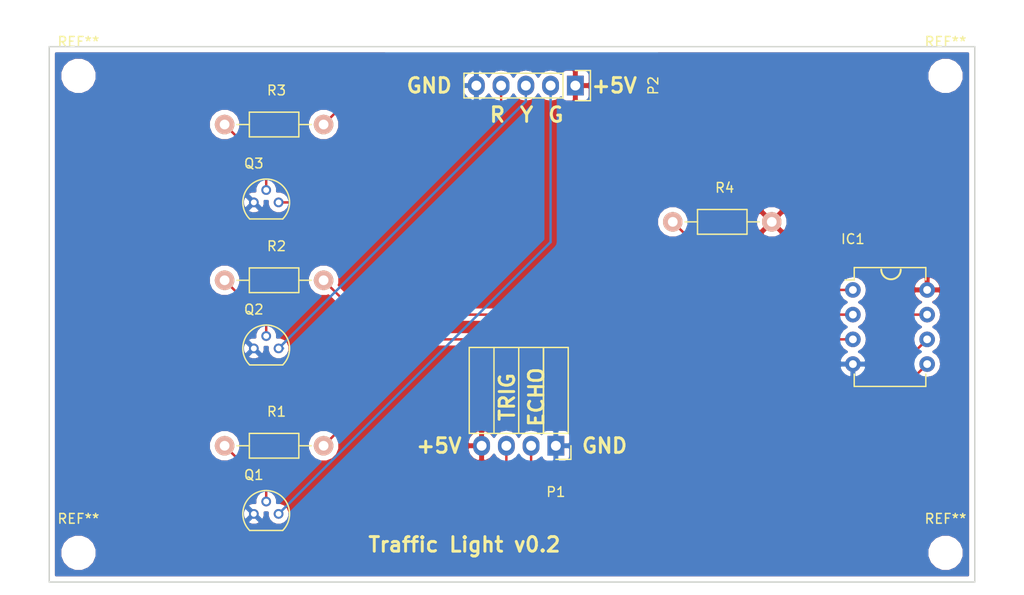
<source format=kicad_pcb>
(kicad_pcb (version 4) (host pcbnew 4.0.7)

  (general
    (links 20)
    (no_connects 0)
    (area 27.924999 21.924999 123.075001 77.075001)
    (thickness 1.6)
    (drawings 16)
    (tracks 34)
    (zones 0)
    (modules 14)
    (nets 15)
  )

  (page A4)
  (layers
    (0 F.Cu signal)
    (31 B.Cu signal)
    (32 B.Adhes user)
    (33 F.Adhes user)
    (34 B.Paste user)
    (35 F.Paste user)
    (36 B.SilkS user)
    (37 F.SilkS user)
    (38 B.Mask user)
    (39 F.Mask user)
    (40 Dwgs.User user)
    (41 Cmts.User user)
    (42 Eco1.User user)
    (43 Eco2.User user)
    (44 Edge.Cuts user)
    (45 Margin user)
    (46 B.CrtYd user)
    (47 F.CrtYd user)
    (48 B.Fab user)
    (49 F.Fab user)
  )

  (setup
    (last_trace_width 0.25)
    (trace_clearance 0.2)
    (zone_clearance 0.508)
    (zone_45_only no)
    (trace_min 0.2)
    (segment_width 0.2)
    (edge_width 0.15)
    (via_size 0.6)
    (via_drill 0.4)
    (via_min_size 0.4)
    (via_min_drill 0.3)
    (uvia_size 0.3)
    (uvia_drill 0.1)
    (uvias_allowed no)
    (uvia_min_size 0.2)
    (uvia_min_drill 0.1)
    (pcb_text_width 0.3)
    (pcb_text_size 1.5 1.5)
    (mod_edge_width 0.15)
    (mod_text_size 1 1)
    (mod_text_width 0.15)
    (pad_size 1.524 1.524)
    (pad_drill 0.762)
    (pad_to_mask_clearance 0.2)
    (aux_axis_origin 0 0)
    (visible_elements 7FFFFFFF)
    (pcbplotparams
      (layerselection 0x010f0_80000001)
      (usegerberextensions false)
      (excludeedgelayer true)
      (linewidth 0.100000)
      (plotframeref false)
      (viasonmask false)
      (mode 1)
      (useauxorigin false)
      (hpglpennumber 1)
      (hpglpenspeed 20)
      (hpglpendiameter 15)
      (hpglpenoverlay 2)
      (psnegative false)
      (psa4output false)
      (plotreference true)
      (plotvalue true)
      (plotinvisibletext false)
      (padsonsilk false)
      (subtractmaskfromsilk false)
      (outputformat 1)
      (mirror false)
      (drillshape 0)
      (scaleselection 1)
      (outputdirectory plots/))
  )

  (net 0 "")
  (net 1 "Net-(IC1-Pad1)")
  (net 2 /YELLOW)
  (net 3 /GREEN)
  (net 4 GND)
  (net 5 /TRIG)
  (net 6 /ECHO)
  (net 7 /RED)
  (net 8 +5V)
  (net 9 "Net-(Q1-Pad2)")
  (net 10 "Net-(Q2-Pad2)")
  (net 11 "Net-(Q3-Pad2)")
  (net 12 "Net-(P2-Pad2)")
  (net 13 "Net-(P2-Pad3)")
  (net 14 "Net-(P2-Pad4)")

  (net_class Default "This is the default net class."
    (clearance 0.2)
    (trace_width 0.25)
    (via_dia 0.6)
    (via_drill 0.4)
    (uvia_dia 0.3)
    (uvia_drill 0.1)
    (add_net +5V)
    (add_net /ECHO)
    (add_net /GREEN)
    (add_net /RED)
    (add_net /TRIG)
    (add_net /YELLOW)
    (add_net GND)
    (add_net "Net-(IC1-Pad1)")
    (add_net "Net-(P2-Pad2)")
    (add_net "Net-(P2-Pad3)")
    (add_net "Net-(P2-Pad4)")
    (add_net "Net-(Q1-Pad2)")
    (add_net "Net-(Q2-Pad2)")
    (add_net "Net-(Q3-Pad2)")
  )

  (module Pin_Headers:Pin_Header_Straight_1x05 (layer F.Cu) (tedit 5B3916F3) (tstamp 5B38FD66)
    (at 82 26 270)
    (descr "Through hole pin header")
    (tags "pin header")
    (path /5B386E0C)
    (fp_text reference P2 (at 0 -8 270) (layer F.SilkS)
      (effects (font (size 1 1) (thickness 0.15)))
    )
    (fp_text value "LED and Power Header" (at 0 -3.1 270) (layer F.Fab)
      (effects (font (size 1 1) (thickness 0.15)))
    )
    (fp_line (start -1.55 0) (end -1.55 -1.55) (layer F.SilkS) (width 0.15))
    (fp_line (start -1.55 -1.55) (end 1.55 -1.55) (layer F.SilkS) (width 0.15))
    (fp_line (start 1.55 -1.55) (end 1.55 0) (layer F.SilkS) (width 0.15))
    (fp_line (start -1.75 -1.75) (end -1.75 11.95) (layer F.CrtYd) (width 0.05))
    (fp_line (start 1.75 -1.75) (end 1.75 11.95) (layer F.CrtYd) (width 0.05))
    (fp_line (start -1.75 -1.75) (end 1.75 -1.75) (layer F.CrtYd) (width 0.05))
    (fp_line (start -1.75 11.95) (end 1.75 11.95) (layer F.CrtYd) (width 0.05))
    (fp_line (start 1.27 1.27) (end 1.27 11.43) (layer F.SilkS) (width 0.15))
    (fp_line (start 1.27 11.43) (end -1.27 11.43) (layer F.SilkS) (width 0.15))
    (fp_line (start -1.27 11.43) (end -1.27 1.27) (layer F.SilkS) (width 0.15))
    (fp_line (start 1.27 1.27) (end -1.27 1.27) (layer F.SilkS) (width 0.15))
    (pad 1 thru_hole rect (at 0 0 270) (size 2.032 1.7272) (drill 1.016) (layers *.Cu *.Mask)
      (net 8 +5V))
    (pad 2 thru_hole oval (at 0 2.54 270) (size 2.032 1.7272) (drill 1.016) (layers *.Cu *.Mask)
      (net 12 "Net-(P2-Pad2)"))
    (pad 3 thru_hole oval (at 0 5.08 270) (size 2.032 1.7272) (drill 1.016) (layers *.Cu *.Mask)
      (net 13 "Net-(P2-Pad3)"))
    (pad 4 thru_hole oval (at 0 7.62 270) (size 2.032 1.7272) (drill 1.016) (layers *.Cu *.Mask)
      (net 14 "Net-(P2-Pad4)"))
    (pad 5 thru_hole oval (at 0 10.16 270) (size 2.032 1.7272) (drill 1.016) (layers *.Cu *.Mask)
      (net 4 GND))
    (model Pin_Headers.3dshapes/Pin_Header_Straight_1x05.wrl
      (at (xyz 0 -0.2 0))
      (scale (xyz 1 1 1))
      (rotate (xyz 0 0 90))
    )
  )

  (module TO_SOT_Packages_THT:TO-92_Molded_Narrow (layer F.Cu) (tedit 54F242E1) (tstamp 5B38FD6D)
    (at 49 70)
    (descr "TO-92 leads molded, narrow, drill 0.6mm (see NXP sot054_po.pdf)")
    (tags "to-92 sc-43 sc-43a sot54 PA33 transistor")
    (path /5B385AC2)
    (fp_text reference Q1 (at 0 -4) (layer F.SilkS)
      (effects (font (size 1 1) (thickness 0.15)))
    )
    (fp_text value PN2222A (at 0 3) (layer F.Fab)
      (effects (font (size 1 1) (thickness 0.15)))
    )
    (fp_line (start -1.4 1.95) (end -1.4 -2.65) (layer F.CrtYd) (width 0.05))
    (fp_line (start -1.4 1.95) (end 3.9 1.95) (layer F.CrtYd) (width 0.05))
    (fp_line (start -0.43 1.7) (end 2.97 1.7) (layer F.SilkS) (width 0.15))
    (fp_arc (start 1.27 0) (end 1.27 -2.4) (angle -135) (layer F.SilkS) (width 0.15))
    (fp_arc (start 1.27 0) (end 1.27 -2.4) (angle 135) (layer F.SilkS) (width 0.15))
    (fp_line (start -1.4 -2.65) (end 3.9 -2.65) (layer F.CrtYd) (width 0.05))
    (fp_line (start 3.9 1.95) (end 3.9 -2.65) (layer F.CrtYd) (width 0.05))
    (pad 2 thru_hole circle (at 1.27 -1.27 90) (size 1.00076 1.00076) (drill 0.6) (layers *.Cu *.Mask)
      (net 9 "Net-(Q1-Pad2)"))
    (pad 3 thru_hole circle (at 2.54 0 90) (size 1.00076 1.00076) (drill 0.6) (layers *.Cu *.Mask)
      (net 12 "Net-(P2-Pad2)"))
    (pad 1 thru_hole circle (at 0 0 90) (size 1.00076 1.00076) (drill 0.6) (layers *.Cu *.Mask)
      (net 4 GND))
    (model TO_SOT_Packages_THT.3dshapes/TO-92_Molded_Narrow.wrl
      (at (xyz 0.05 0 0))
      (scale (xyz 1 1 1))
      (rotate (xyz 0 0 -90))
    )
  )

  (module TO_SOT_Packages_THT:TO-92_Molded_Narrow (layer F.Cu) (tedit 54F242E1) (tstamp 5B38FD74)
    (at 49 53)
    (descr "TO-92 leads molded, narrow, drill 0.6mm (see NXP sot054_po.pdf)")
    (tags "to-92 sc-43 sc-43a sot54 PA33 transistor")
    (path /5B3859DD)
    (fp_text reference Q2 (at 0 -4) (layer F.SilkS)
      (effects (font (size 1 1) (thickness 0.15)))
    )
    (fp_text value PN2222A (at 0 3) (layer F.Fab)
      (effects (font (size 1 1) (thickness 0.15)))
    )
    (fp_line (start -1.4 1.95) (end -1.4 -2.65) (layer F.CrtYd) (width 0.05))
    (fp_line (start -1.4 1.95) (end 3.9 1.95) (layer F.CrtYd) (width 0.05))
    (fp_line (start -0.43 1.7) (end 2.97 1.7) (layer F.SilkS) (width 0.15))
    (fp_arc (start 1.27 0) (end 1.27 -2.4) (angle -135) (layer F.SilkS) (width 0.15))
    (fp_arc (start 1.27 0) (end 1.27 -2.4) (angle 135) (layer F.SilkS) (width 0.15))
    (fp_line (start -1.4 -2.65) (end 3.9 -2.65) (layer F.CrtYd) (width 0.05))
    (fp_line (start 3.9 1.95) (end 3.9 -2.65) (layer F.CrtYd) (width 0.05))
    (pad 2 thru_hole circle (at 1.27 -1.27 90) (size 1.00076 1.00076) (drill 0.6) (layers *.Cu *.Mask)
      (net 10 "Net-(Q2-Pad2)"))
    (pad 3 thru_hole circle (at 2.54 0 90) (size 1.00076 1.00076) (drill 0.6) (layers *.Cu *.Mask)
      (net 13 "Net-(P2-Pad3)"))
    (pad 1 thru_hole circle (at 0 0 90) (size 1.00076 1.00076) (drill 0.6) (layers *.Cu *.Mask)
      (net 4 GND))
    (model TO_SOT_Packages_THT.3dshapes/TO-92_Molded_Narrow.wrl
      (at (xyz 0.05 0 0))
      (scale (xyz 1 1 1))
      (rotate (xyz 0 0 -90))
    )
  )

  (module TO_SOT_Packages_THT:TO-92_Molded_Narrow (layer F.Cu) (tedit 54F242E1) (tstamp 5B38FD7B)
    (at 49 38)
    (descr "TO-92 leads molded, narrow, drill 0.6mm (see NXP sot054_po.pdf)")
    (tags "to-92 sc-43 sc-43a sot54 PA33 transistor")
    (path /5B385D45)
    (fp_text reference Q3 (at 0 -4) (layer F.SilkS)
      (effects (font (size 1 1) (thickness 0.15)))
    )
    (fp_text value PN2222A (at 0 3) (layer F.Fab)
      (effects (font (size 1 1) (thickness 0.15)))
    )
    (fp_line (start -1.4 1.95) (end -1.4 -2.65) (layer F.CrtYd) (width 0.05))
    (fp_line (start -1.4 1.95) (end 3.9 1.95) (layer F.CrtYd) (width 0.05))
    (fp_line (start -0.43 1.7) (end 2.97 1.7) (layer F.SilkS) (width 0.15))
    (fp_arc (start 1.27 0) (end 1.27 -2.4) (angle -135) (layer F.SilkS) (width 0.15))
    (fp_arc (start 1.27 0) (end 1.27 -2.4) (angle 135) (layer F.SilkS) (width 0.15))
    (fp_line (start -1.4 -2.65) (end 3.9 -2.65) (layer F.CrtYd) (width 0.05))
    (fp_line (start 3.9 1.95) (end 3.9 -2.65) (layer F.CrtYd) (width 0.05))
    (pad 2 thru_hole circle (at 1.27 -1.27 90) (size 1.00076 1.00076) (drill 0.6) (layers *.Cu *.Mask)
      (net 11 "Net-(Q3-Pad2)"))
    (pad 3 thru_hole circle (at 2.54 0 90) (size 1.00076 1.00076) (drill 0.6) (layers *.Cu *.Mask)
      (net 14 "Net-(P2-Pad4)"))
    (pad 1 thru_hole circle (at 0 0 90) (size 1.00076 1.00076) (drill 0.6) (layers *.Cu *.Mask)
      (net 4 GND))
    (model TO_SOT_Packages_THT.3dshapes/TO-92_Molded_Narrow.wrl
      (at (xyz 0.05 0 0))
      (scale (xyz 1 1 1))
      (rotate (xyz 0 0 -90))
    )
  )

  (module Resistors_ThroughHole:Resistor_Horizontal_RM10mm (layer F.Cu) (tedit 56648415) (tstamp 5B38FD81)
    (at 46 63)
    (descr "Resistor, Axial,  RM 10mm, 1/3W")
    (tags "Resistor Axial RM 10mm 1/3W")
    (path /5B385ED8)
    (fp_text reference R1 (at 5.32892 -3.50012) (layer F.SilkS)
      (effects (font (size 1 1) (thickness 0.15)))
    )
    (fp_text value R (at 5.08 3.81) (layer F.Fab)
      (effects (font (size 1 1) (thickness 0.15)))
    )
    (fp_line (start -1.25 -1.5) (end 11.4 -1.5) (layer F.CrtYd) (width 0.05))
    (fp_line (start -1.25 1.5) (end -1.25 -1.5) (layer F.CrtYd) (width 0.05))
    (fp_line (start 11.4 -1.5) (end 11.4 1.5) (layer F.CrtYd) (width 0.05))
    (fp_line (start -1.25 1.5) (end 11.4 1.5) (layer F.CrtYd) (width 0.05))
    (fp_line (start 2.54 -1.27) (end 7.62 -1.27) (layer F.SilkS) (width 0.15))
    (fp_line (start 7.62 -1.27) (end 7.62 1.27) (layer F.SilkS) (width 0.15))
    (fp_line (start 7.62 1.27) (end 2.54 1.27) (layer F.SilkS) (width 0.15))
    (fp_line (start 2.54 1.27) (end 2.54 -1.27) (layer F.SilkS) (width 0.15))
    (fp_line (start 2.54 0) (end 1.27 0) (layer F.SilkS) (width 0.15))
    (fp_line (start 7.62 0) (end 8.89 0) (layer F.SilkS) (width 0.15))
    (pad 1 thru_hole circle (at 0 0) (size 1.99898 1.99898) (drill 1.00076) (layers *.Cu *.SilkS *.Mask)
      (net 9 "Net-(Q1-Pad2)"))
    (pad 2 thru_hole circle (at 10.16 0) (size 1.99898 1.99898) (drill 1.00076) (layers *.Cu *.SilkS *.Mask)
      (net 3 /GREEN))
    (model Resistors_ThroughHole.3dshapes/Resistor_Horizontal_RM10mm.wrl
      (at (xyz 0.2 0 0))
      (scale (xyz 0.4 0.4 0.4))
      (rotate (xyz 0 0 0))
    )
  )

  (module Resistors_ThroughHole:Resistor_Horizontal_RM10mm (layer F.Cu) (tedit 56648415) (tstamp 5B38FD87)
    (at 46 46)
    (descr "Resistor, Axial,  RM 10mm, 1/3W")
    (tags "Resistor Axial RM 10mm 1/3W")
    (path /5B385DE5)
    (fp_text reference R2 (at 5.32892 -3.50012) (layer F.SilkS)
      (effects (font (size 1 1) (thickness 0.15)))
    )
    (fp_text value R (at 5.08 3.81) (layer F.Fab)
      (effects (font (size 1 1) (thickness 0.15)))
    )
    (fp_line (start -1.25 -1.5) (end 11.4 -1.5) (layer F.CrtYd) (width 0.05))
    (fp_line (start -1.25 1.5) (end -1.25 -1.5) (layer F.CrtYd) (width 0.05))
    (fp_line (start 11.4 -1.5) (end 11.4 1.5) (layer F.CrtYd) (width 0.05))
    (fp_line (start -1.25 1.5) (end 11.4 1.5) (layer F.CrtYd) (width 0.05))
    (fp_line (start 2.54 -1.27) (end 7.62 -1.27) (layer F.SilkS) (width 0.15))
    (fp_line (start 7.62 -1.27) (end 7.62 1.27) (layer F.SilkS) (width 0.15))
    (fp_line (start 7.62 1.27) (end 2.54 1.27) (layer F.SilkS) (width 0.15))
    (fp_line (start 2.54 1.27) (end 2.54 -1.27) (layer F.SilkS) (width 0.15))
    (fp_line (start 2.54 0) (end 1.27 0) (layer F.SilkS) (width 0.15))
    (fp_line (start 7.62 0) (end 8.89 0) (layer F.SilkS) (width 0.15))
    (pad 1 thru_hole circle (at 0 0) (size 1.99898 1.99898) (drill 1.00076) (layers *.Cu *.SilkS *.Mask)
      (net 10 "Net-(Q2-Pad2)"))
    (pad 2 thru_hole circle (at 10.16 0) (size 1.99898 1.99898) (drill 1.00076) (layers *.Cu *.SilkS *.Mask)
      (net 2 /YELLOW))
    (model Resistors_ThroughHole.3dshapes/Resistor_Horizontal_RM10mm.wrl
      (at (xyz 0.2 0 0))
      (scale (xyz 0.4 0.4 0.4))
      (rotate (xyz 0 0 0))
    )
  )

  (module Resistors_ThroughHole:Resistor_Horizontal_RM10mm (layer F.Cu) (tedit 56648415) (tstamp 5B38FD8D)
    (at 46 30)
    (descr "Resistor, Axial,  RM 10mm, 1/3W")
    (tags "Resistor Axial RM 10mm 1/3W")
    (path /5B385F0F)
    (fp_text reference R3 (at 5.32892 -3.50012) (layer F.SilkS)
      (effects (font (size 1 1) (thickness 0.15)))
    )
    (fp_text value R (at 5.08 3.81) (layer F.Fab)
      (effects (font (size 1 1) (thickness 0.15)))
    )
    (fp_line (start -1.25 -1.5) (end 11.4 -1.5) (layer F.CrtYd) (width 0.05))
    (fp_line (start -1.25 1.5) (end -1.25 -1.5) (layer F.CrtYd) (width 0.05))
    (fp_line (start 11.4 -1.5) (end 11.4 1.5) (layer F.CrtYd) (width 0.05))
    (fp_line (start -1.25 1.5) (end 11.4 1.5) (layer F.CrtYd) (width 0.05))
    (fp_line (start 2.54 -1.27) (end 7.62 -1.27) (layer F.SilkS) (width 0.15))
    (fp_line (start 7.62 -1.27) (end 7.62 1.27) (layer F.SilkS) (width 0.15))
    (fp_line (start 7.62 1.27) (end 2.54 1.27) (layer F.SilkS) (width 0.15))
    (fp_line (start 2.54 1.27) (end 2.54 -1.27) (layer F.SilkS) (width 0.15))
    (fp_line (start 2.54 0) (end 1.27 0) (layer F.SilkS) (width 0.15))
    (fp_line (start 7.62 0) (end 8.89 0) (layer F.SilkS) (width 0.15))
    (pad 1 thru_hole circle (at 0 0) (size 1.99898 1.99898) (drill 1.00076) (layers *.Cu *.SilkS *.Mask)
      (net 11 "Net-(Q3-Pad2)"))
    (pad 2 thru_hole circle (at 10.16 0) (size 1.99898 1.99898) (drill 1.00076) (layers *.Cu *.SilkS *.Mask)
      (net 7 /RED))
    (model Resistors_ThroughHole.3dshapes/Resistor_Horizontal_RM10mm.wrl
      (at (xyz 0.2 0 0))
      (scale (xyz 0.4 0.4 0.4))
      (rotate (xyz 0 0 0))
    )
  )

  (module Resistors_ThroughHole:Resistor_Horizontal_RM10mm (layer F.Cu) (tedit 56648415) (tstamp 5B38FD93)
    (at 92 40)
    (descr "Resistor, Axial,  RM 10mm, 1/3W")
    (tags "Resistor Axial RM 10mm 1/3W")
    (path /5B386B4B)
    (fp_text reference R4 (at 5.32892 -3.50012) (layer F.SilkS)
      (effects (font (size 1 1) (thickness 0.15)))
    )
    (fp_text value R (at 5.08 3.81) (layer F.Fab)
      (effects (font (size 1 1) (thickness 0.15)))
    )
    (fp_line (start -1.25 -1.5) (end 11.4 -1.5) (layer F.CrtYd) (width 0.05))
    (fp_line (start -1.25 1.5) (end -1.25 -1.5) (layer F.CrtYd) (width 0.05))
    (fp_line (start 11.4 -1.5) (end 11.4 1.5) (layer F.CrtYd) (width 0.05))
    (fp_line (start -1.25 1.5) (end 11.4 1.5) (layer F.CrtYd) (width 0.05))
    (fp_line (start 2.54 -1.27) (end 7.62 -1.27) (layer F.SilkS) (width 0.15))
    (fp_line (start 7.62 -1.27) (end 7.62 1.27) (layer F.SilkS) (width 0.15))
    (fp_line (start 7.62 1.27) (end 2.54 1.27) (layer F.SilkS) (width 0.15))
    (fp_line (start 2.54 1.27) (end 2.54 -1.27) (layer F.SilkS) (width 0.15))
    (fp_line (start 2.54 0) (end 1.27 0) (layer F.SilkS) (width 0.15))
    (fp_line (start 7.62 0) (end 8.89 0) (layer F.SilkS) (width 0.15))
    (pad 1 thru_hole circle (at 0 0) (size 1.99898 1.99898) (drill 1.00076) (layers *.Cu *.SilkS *.Mask)
      (net 1 "Net-(IC1-Pad1)"))
    (pad 2 thru_hole circle (at 10.16 0) (size 1.99898 1.99898) (drill 1.00076) (layers *.Cu *.SilkS *.Mask)
      (net 8 +5V))
    (model Resistors_ThroughHole.3dshapes/Resistor_Horizontal_RM10mm.wrl
      (at (xyz 0.2 0 0))
      (scale (xyz 0.4 0.4 0.4))
      (rotate (xyz 0 0 0))
    )
  )

  (module Mounting_Holes:MountingHole_2.5mm (layer F.Cu) (tedit 56D1B4CB) (tstamp 5B390224)
    (at 120 25)
    (descr "Mounting Hole 2.5mm, no annular")
    (tags "mounting hole 2.5mm no annular")
    (fp_text reference REF** (at 0 -3.5) (layer F.SilkS)
      (effects (font (size 1 1) (thickness 0.15)))
    )
    (fp_text value MountingHole_2.5mm (at 0 3.5) (layer F.Fab)
      (effects (font (size 1 1) (thickness 0.15)))
    )
    (fp_circle (center 0 0) (end 2.5 0) (layer Cmts.User) (width 0.15))
    (fp_circle (center 0 0) (end 2.75 0) (layer F.CrtYd) (width 0.05))
    (pad 1 np_thru_hole circle (at 0 0) (size 2.5 2.5) (drill 2.5) (layers *.Cu *.Mask))
  )

  (module Mounting_Holes:MountingHole_2.5mm (layer F.Cu) (tedit 56D1B4CB) (tstamp 5B390226)
    (at 120 74)
    (descr "Mounting Hole 2.5mm, no annular")
    (tags "mounting hole 2.5mm no annular")
    (fp_text reference REF** (at 0 -3.5) (layer F.SilkS)
      (effects (font (size 1 1) (thickness 0.15)))
    )
    (fp_text value MountingHole_2.5mm (at 0 3.5) (layer F.Fab)
      (effects (font (size 1 1) (thickness 0.15)))
    )
    (fp_circle (center 0 0) (end 2.5 0) (layer Cmts.User) (width 0.15))
    (fp_circle (center 0 0) (end 2.75 0) (layer F.CrtYd) (width 0.05))
    (pad 1 np_thru_hole circle (at 0 0) (size 2.5 2.5) (drill 2.5) (layers *.Cu *.Mask))
  )

  (module Mounting_Holes:MountingHole_2.5mm (layer F.Cu) (tedit 56D1B4CB) (tstamp 5B390233)
    (at 31 74)
    (descr "Mounting Hole 2.5mm, no annular")
    (tags "mounting hole 2.5mm no annular")
    (fp_text reference REF** (at 0 -3.5) (layer F.SilkS)
      (effects (font (size 1 1) (thickness 0.15)))
    )
    (fp_text value MountingHole_2.5mm (at 0 3.5) (layer F.Fab)
      (effects (font (size 1 1) (thickness 0.15)))
    )
    (fp_circle (center 0 0) (end 2.5 0) (layer Cmts.User) (width 0.15))
    (fp_circle (center 0 0) (end 2.75 0) (layer F.CrtYd) (width 0.05))
    (pad 1 np_thru_hole circle (at 0 0) (size 2.5 2.5) (drill 2.5) (layers *.Cu *.Mask))
  )

  (module Mounting_Holes:MountingHole_2.5mm (layer F.Cu) (tedit 56D1B4CB) (tstamp 5B39023C)
    (at 31 25)
    (descr "Mounting Hole 2.5mm, no annular")
    (tags "mounting hole 2.5mm no annular")
    (fp_text reference REF** (at 0 -3.5) (layer F.SilkS)
      (effects (font (size 1 1) (thickness 0.15)))
    )
    (fp_text value MountingHole_2.5mm (at 0 3.5) (layer F.Fab)
      (effects (font (size 1 1) (thickness 0.15)))
    )
    (fp_circle (center 0 0) (end 2.5 0) (layer Cmts.User) (width 0.15))
    (fp_circle (center 0 0) (end 2.75 0) (layer F.CrtYd) (width 0.05))
    (pad 1 np_thru_hole circle (at 0 0) (size 2.5 2.5) (drill 2.5) (layers *.Cu *.Mask))
  )

  (module Housings_DIP:DIP-8_W7.62mm (layer F.Cu) (tedit 5B395B39) (tstamp 5B391016)
    (at 110.49 46.99)
    (descr "8-lead dip package, row spacing 7.62 mm (300 mils)")
    (tags "dil dip 2.54 300")
    (path /5B385788)
    (fp_text reference IC1 (at 0 -5.22) (layer F.SilkS)
      (effects (font (size 1 1) (thickness 0.15)))
    )
    (fp_text value ATTINY85-P (at 4 4 90) (layer F.Fab)
      (effects (font (size 1 1) (thickness 0.15)))
    )
    (fp_line (start -1.05 -2.45) (end -1.05 10.1) (layer F.CrtYd) (width 0.05))
    (fp_line (start 8.65 -2.45) (end 8.65 10.1) (layer F.CrtYd) (width 0.05))
    (fp_line (start -1.05 -2.45) (end 8.65 -2.45) (layer F.CrtYd) (width 0.05))
    (fp_line (start -1.05 10.1) (end 8.65 10.1) (layer F.CrtYd) (width 0.05))
    (fp_line (start 0.135 -2.295) (end 0.135 -1.025) (layer F.SilkS) (width 0.15))
    (fp_line (start 7.485 -2.295) (end 7.485 -1.025) (layer F.SilkS) (width 0.15))
    (fp_line (start 7.485 9.915) (end 7.485 8.645) (layer F.SilkS) (width 0.15))
    (fp_line (start 0.135 9.915) (end 0.135 8.645) (layer F.SilkS) (width 0.15))
    (fp_line (start 0.135 -2.295) (end 7.485 -2.295) (layer F.SilkS) (width 0.15))
    (fp_line (start 0.135 9.915) (end 7.485 9.915) (layer F.SilkS) (width 0.15))
    (fp_line (start 0.135 -1.025) (end -0.8 -1.025) (layer F.SilkS) (width 0.15))
    (pad 1 thru_hole oval (at 0 0) (size 1.6 1.6) (drill 0.8) (layers *.Cu *.Mask)
      (net 1 "Net-(IC1-Pad1)"))
    (pad 2 thru_hole oval (at 0 2.54) (size 1.6 1.6) (drill 0.8) (layers *.Cu *.Mask)
      (net 2 /YELLOW))
    (pad 3 thru_hole oval (at 0 5.08) (size 1.6 1.6) (drill 0.8) (layers *.Cu *.Mask)
      (net 3 /GREEN))
    (pad 4 thru_hole oval (at 0 7.62) (size 1.6 1.6) (drill 0.8) (layers *.Cu *.Mask)
      (net 4 GND))
    (pad 5 thru_hole oval (at 7.62 7.62) (size 1.6 1.6) (drill 0.8) (layers *.Cu *.Mask)
      (net 5 /TRIG))
    (pad 6 thru_hole oval (at 7.62 5.08) (size 1.6 1.6) (drill 0.8) (layers *.Cu *.Mask)
      (net 6 /ECHO))
    (pad 7 thru_hole oval (at 7.62 2.54) (size 1.6 1.6) (drill 0.8) (layers *.Cu *.Mask)
      (net 7 /RED))
    (pad 8 thru_hole oval (at 7.62 0) (size 1.6 1.6) (drill 0.8) (layers *.Cu *.Mask)
      (net 8 +5V))
    (model Housings_DIP.3dshapes/DIP-8_W7.62mm.wrl
      (at (xyz 0 0 0))
      (scale (xyz 1 1 1))
      (rotate (xyz 0 0 0))
    )
  )

  (module Socket_Strips:Socket_Strip_Angled_1x04 (layer F.Cu) (tedit 0) (tstamp 5B39161D)
    (at 80 63 180)
    (descr "Through hole socket strip")
    (tags "socket strip")
    (path /5B385871)
    (fp_text reference P1 (at 0 -4.75 180) (layer F.SilkS)
      (effects (font (size 1 1) (thickness 0.15)))
    )
    (fp_text value "HC-SR04 Header" (at 0 -2.75 180) (layer F.Fab)
      (effects (font (size 1 1) (thickness 0.15)))
    )
    (fp_line (start -1.75 -1.5) (end -1.75 10.6) (layer F.CrtYd) (width 0.05))
    (fp_line (start 9.4 -1.5) (end 9.4 10.6) (layer F.CrtYd) (width 0.05))
    (fp_line (start -1.75 -1.5) (end 9.4 -1.5) (layer F.CrtYd) (width 0.05))
    (fp_line (start -1.75 10.6) (end 9.4 10.6) (layer F.CrtYd) (width 0.05))
    (fp_line (start 8.89 10.1) (end 8.89 1.27) (layer F.SilkS) (width 0.15))
    (fp_line (start 6.35 10.1) (end 8.89 10.1) (layer F.SilkS) (width 0.15))
    (fp_line (start 6.35 1.27) (end 8.89 1.27) (layer F.SilkS) (width 0.15))
    (fp_line (start 3.81 1.27) (end 6.35 1.27) (layer F.SilkS) (width 0.15))
    (fp_line (start 3.81 10.1) (end 6.35 10.1) (layer F.SilkS) (width 0.15))
    (fp_line (start 6.35 10.1) (end 6.35 1.27) (layer F.SilkS) (width 0.15))
    (fp_line (start 3.81 10.1) (end 3.81 1.27) (layer F.SilkS) (width 0.15))
    (fp_line (start 1.27 10.1) (end 3.81 10.1) (layer F.SilkS) (width 0.15))
    (fp_line (start 1.27 1.27) (end 1.27 10.1) (layer F.SilkS) (width 0.15))
    (fp_line (start 1.27 1.27) (end 3.81 1.27) (layer F.SilkS) (width 0.15))
    (fp_line (start -1.27 1.27) (end 1.27 1.27) (layer F.SilkS) (width 0.15))
    (fp_line (start 0 -1.4) (end -1.55 -1.4) (layer F.SilkS) (width 0.15))
    (fp_line (start -1.55 -1.4) (end -1.55 0) (layer F.SilkS) (width 0.15))
    (fp_line (start -1.27 1.27) (end -1.27 10.1) (layer F.SilkS) (width 0.15))
    (fp_line (start -1.27 10.1) (end 1.27 10.1) (layer F.SilkS) (width 0.15))
    (fp_line (start 1.27 10.1) (end 1.27 1.27) (layer F.SilkS) (width 0.15))
    (pad 1 thru_hole rect (at 0 0 180) (size 1.7272 2.032) (drill 1.016) (layers *.Cu *.Mask)
      (net 4 GND))
    (pad 2 thru_hole oval (at 2.54 0 180) (size 1.7272 2.032) (drill 1.016) (layers *.Cu *.Mask)
      (net 6 /ECHO))
    (pad 3 thru_hole oval (at 5.08 0 180) (size 1.7272 2.032) (drill 1.016) (layers *.Cu *.Mask)
      (net 5 /TRIG))
    (pad 4 thru_hole oval (at 7.62 0 180) (size 1.7272 2.032) (drill 1.016) (layers *.Cu *.Mask)
      (net 8 +5V))
    (model Socket_Strips.3dshapes/Socket_Strip_Angled_1x04.wrl
      (at (xyz 0.15 0 0))
      (scale (xyz 1 1 1))
      (rotate (xyz 0 0 180))
    )
  )

  (gr_text "Traffic Light v0.2" (at 70.612 73.152) (layer F.SilkS)
    (effects (font (size 1.5 1.5) (thickness 0.3)))
  )
  (gr_arc (start 114.4 44.9) (end 115.4 44.9) (angle 90) (layer F.SilkS) (width 0.2))
  (gr_arc (start 114.4 44.9) (end 114.4 45.9) (angle 90) (layer F.SilkS) (width 0.2))
  (gr_text ECHO (at 78 58 90) (layer F.SilkS)
    (effects (font (size 1.5 1.5) (thickness 0.3)))
  )
  (gr_text TRIG (at 75 58 90) (layer F.SilkS)
    (effects (font (size 1.5 1.5) (thickness 0.3)))
  )
  (gr_text GND (at 85 63) (layer F.SilkS)
    (effects (font (size 1.5 1.5) (thickness 0.3)))
  )
  (gr_text +5V (at 68 63) (layer F.SilkS)
    (effects (font (size 1.5 1.5) (thickness 0.3)))
  )
  (gr_text GND (at 67 26) (layer F.SilkS)
    (effects (font (size 1.5 1.5) (thickness 0.3)))
  )
  (gr_text +5V (at 86 26) (layer F.SilkS)
    (effects (font (size 1.5 1.5) (thickness 0.3)))
  )
  (gr_text R (at 74 29) (layer F.SilkS)
    (effects (font (size 1.5 1.5) (thickness 0.3)))
  )
  (gr_text Y (at 77 29) (layer F.SilkS)
    (effects (font (size 1.5 1.5) (thickness 0.3)))
  )
  (gr_text G (at 80 29) (layer F.SilkS)
    (effects (font (size 1.5 1.5) (thickness 0.3)))
  )
  (gr_line (start 28 22) (end 28 77) (angle 90) (layer Edge.Cuts) (width 0.15))
  (gr_line (start 123 77) (end 28 77) (angle 90) (layer Edge.Cuts) (width 0.15))
  (gr_line (start 123 22) (end 123 77) (angle 90) (layer Edge.Cuts) (width 0.15))
  (gr_line (start 28 22) (end 123 22) (angle 90) (layer Edge.Cuts) (width 0.15))

  (segment (start 110.49 46.99) (end 98.99 46.99) (width 0.25) (layer F.Cu) (net 1))
  (segment (start 98.99 46.99) (end 92 40) (width 0.25) (layer F.Cu) (net 1) (tstamp 5B60D220))
  (segment (start 110.49 49.53) (end 59.69 49.53) (width 0.25) (layer F.Cu) (net 2))
  (segment (start 59.69 49.53) (end 56.16 46) (width 0.25) (layer F.Cu) (net 2) (tstamp 5B60D39D))
  (segment (start 110.49 52.07) (end 67.09 52.07) (width 0.25) (layer F.Cu) (net 3))
  (segment (start 67.09 52.07) (end 56.16 63) (width 0.25) (layer F.Cu) (net 3) (tstamp 5B60D2CF))
  (segment (start 56.16 63) (end 56.16 62.84) (width 0.25) (layer B.Cu) (net 3))
  (segment (start 74.92 63) (end 74.92 67.554) (width 0.25) (layer F.Cu) (net 5))
  (segment (start 103.124 69.596) (end 118.11 54.61) (width 0.25) (layer F.Cu) (net 5) (tstamp 5B60D2B1))
  (segment (start 76.962 69.596) (end 103.124 69.596) (width 0.25) (layer F.Cu) (net 5) (tstamp 5B60D2AD))
  (segment (start 74.92 67.554) (end 76.962 69.596) (width 0.25) (layer F.Cu) (net 5) (tstamp 5B60D2A7))
  (segment (start 77.46 63) (end 77.46 66.284) (width 0.25) (layer F.Cu) (net 6))
  (segment (start 102.87 67.31) (end 118.11 52.07) (width 0.25) (layer F.Cu) (net 6) (tstamp 5B60D2C0))
  (segment (start 78.486 67.31) (end 102.87 67.31) (width 0.25) (layer F.Cu) (net 6) (tstamp 5B60D2BC))
  (segment (start 77.46 66.284) (end 78.486 67.31) (width 0.25) (layer F.Cu) (net 6) (tstamp 5B60D2B9))
  (segment (start 77.46 63.46) (end 77.46 63) (width 0.25) (layer F.Cu) (net 6) (tstamp 5B3915EC))
  (segment (start 118.11 49.53) (end 116.332 49.53) (width 0.25) (layer F.Cu) (net 7))
  (segment (start 62.792 23.368) (end 56.16 30) (width 0.25) (layer F.Cu) (net 7) (tstamp 5B60D3D3))
  (segment (start 90.17 23.368) (end 62.792 23.368) (width 0.25) (layer F.Cu) (net 7) (tstamp 5B60D3CB))
  (segment (start 116.332 49.53) (end 90.17 23.368) (width 0.25) (layer F.Cu) (net 7) (tstamp 5B60D3B7))
  (segment (start 50.27 68.73) (end 50.27 67.27) (width 0.25) (layer F.Cu) (net 9))
  (segment (start 50.27 67.27) (end 46 63) (width 0.25) (layer F.Cu) (net 9) (tstamp 5B39111A))
  (segment (start 50.27 51.73) (end 50.27 50.27) (width 0.25) (layer F.Cu) (net 10))
  (segment (start 50.27 50.27) (end 46 46) (width 0.25) (layer F.Cu) (net 10) (tstamp 5B391110))
  (segment (start 50.27 36.73) (end 50.27 34.27) (width 0.25) (layer F.Cu) (net 11))
  (segment (start 50.27 34.27) (end 46 30) (width 0.25) (layer F.Cu) (net 11) (tstamp 5B39110B))
  (segment (start 79.46 26) (end 79.46 42.08) (width 0.25) (layer B.Cu) (net 12))
  (segment (start 79.46 42.08) (end 51.54 70) (width 0.25) (layer B.Cu) (net 12) (tstamp 5B3911D7))
  (segment (start 76.92 26) (end 76.92 27.62) (width 0.25) (layer B.Cu) (net 13))
  (segment (start 76.92 27.62) (end 51.54 53) (width 0.25) (layer B.Cu) (net 13) (tstamp 5B391242))
  (segment (start 52 53) (end 51.54 53) (width 0.25) (layer B.Cu) (net 13) (tstamp 5B3907A9))
  (segment (start 74.38 26) (end 74.38 27.62) (width 0.25) (layer F.Cu) (net 14))
  (segment (start 64 38) (end 51.54 38) (width 0.25) (layer F.Cu) (net 14) (tstamp 5B391105))
  (segment (start 74.38 27.62) (end 64 38) (width 0.25) (layer F.Cu) (net 14) (tstamp 5B3910FF))

  (zone (net 4) (net_name GND) (layer B.Cu) (tstamp 5B391287) (hatch edge 0.508)
    (connect_pads (clearance 0.508))
    (min_thickness 0.254)
    (fill yes (arc_segments 16) (thermal_gap 0.508) (thermal_bridge_width 0.508))
    (polygon
      (pts
        (xy 122.936719 22) (xy 123 22) (xy 123 35.732) (xy 123.19 76.962) (xy 123 76.962508)
        (xy 123 77) (xy 108.978 77) (xy 28.194 77.216) (xy 28.194 77) (xy 28 77)
        (xy 28 22) (xy 122.936 22) (xy 122.936 21.844)
      )
    )
    (filled_polygon
      (pts
        (xy 122.29 76.29) (xy 28.71 76.29) (xy 28.71 74.373305) (xy 29.114674 74.373305) (xy 29.401043 75.066372)
        (xy 29.930839 75.597093) (xy 30.623405 75.884672) (xy 31.373305 75.885326) (xy 32.066372 75.598957) (xy 32.597093 75.069161)
        (xy 32.884672 74.376595) (xy 32.884674 74.373305) (xy 118.114674 74.373305) (xy 118.401043 75.066372) (xy 118.930839 75.597093)
        (xy 119.623405 75.884672) (xy 120.373305 75.885326) (xy 121.066372 75.598957) (xy 121.597093 75.069161) (xy 121.884672 74.376595)
        (xy 121.885326 73.626695) (xy 121.598957 72.933628) (xy 121.069161 72.402907) (xy 120.376595 72.115328) (xy 119.626695 72.114674)
        (xy 118.933628 72.401043) (xy 118.402907 72.930839) (xy 118.115328 73.623405) (xy 118.114674 74.373305) (xy 32.884674 74.373305)
        (xy 32.885326 73.626695) (xy 32.598957 72.933628) (xy 32.069161 72.402907) (xy 31.376595 72.115328) (xy 30.626695 72.114674)
        (xy 29.933628 72.401043) (xy 29.402907 72.930839) (xy 29.115328 73.623405) (xy 29.114674 74.373305) (xy 28.71 74.373305)
        (xy 28.71 70.790381) (xy 48.389224 70.790381) (xy 48.426418 71.005532) (xy 48.85488 71.148491) (xy 49.305435 71.116602)
        (xy 49.573582 71.005532) (xy 49.610776 70.790381) (xy 49 70.179605) (xy 48.389224 70.790381) (xy 28.71 70.790381)
        (xy 28.71 69.85488) (xy 47.851509 69.85488) (xy 47.883398 70.305435) (xy 47.994468 70.573582) (xy 48.209619 70.610776)
        (xy 48.820395 70) (xy 48.209619 69.389224) (xy 47.994468 69.426418) (xy 47.851509 69.85488) (xy 28.71 69.85488)
        (xy 28.71 63.323694) (xy 44.365226 63.323694) (xy 44.613538 63.924655) (xy 45.072927 64.384846) (xy 45.673453 64.634206)
        (xy 46.323694 64.634774) (xy 46.924655 64.386462) (xy 47.384846 63.927073) (xy 47.634206 63.326547) (xy 47.634774 62.676306)
        (xy 47.386462 62.075345) (xy 46.927073 61.615154) (xy 46.326547 61.365794) (xy 45.676306 61.365226) (xy 45.075345 61.613538)
        (xy 44.615154 62.072927) (xy 44.365794 62.673453) (xy 44.365226 63.323694) (xy 28.71 63.323694) (xy 28.71 53.790381)
        (xy 48.389224 53.790381) (xy 48.426418 54.005532) (xy 48.85488 54.148491) (xy 49.305435 54.116602) (xy 49.573582 54.005532)
        (xy 49.610776 53.790381) (xy 49 53.179605) (xy 48.389224 53.790381) (xy 28.71 53.790381) (xy 28.71 52.85488)
        (xy 47.851509 52.85488) (xy 47.883398 53.305435) (xy 47.994468 53.573582) (xy 48.209619 53.610776) (xy 48.820395 53)
        (xy 48.209619 52.389224) (xy 47.994468 52.426418) (xy 47.851509 52.85488) (xy 28.71 52.85488) (xy 28.71 52.209619)
        (xy 48.389224 52.209619) (xy 49 52.820395) (xy 49.014143 52.806253) (xy 49.193748 52.985858) (xy 49.179605 53)
        (xy 49.790381 53.610776) (xy 50.005532 53.573582) (xy 50.148491 53.14512) (xy 50.128683 52.865257) (xy 50.404737 52.865497)
        (xy 50.404424 53.22485) (xy 50.576911 53.642301) (xy 50.896019 53.961967) (xy 51.313168 54.135182) (xy 51.76485 54.135576)
        (xy 52.182301 53.963089) (xy 52.501967 53.643981) (xy 52.560705 53.502524) (xy 52.702148 53.290839) (xy 52.76 53)
        (xy 52.73591 52.878892) (xy 77.457401 28.157401) (xy 77.622148 27.91084) (xy 77.68 27.62) (xy 77.68 27.444648)
        (xy 77.97967 27.244415) (xy 78.19 26.929634) (xy 78.40033 27.244415) (xy 78.7 27.444648) (xy 78.7 41.765198)
        (xy 57.793054 62.672144) (xy 57.546462 62.075345) (xy 57.087073 61.615154) (xy 56.486547 61.365794) (xy 55.836306 61.365226)
        (xy 55.235345 61.613538) (xy 54.775154 62.072927) (xy 54.525794 62.673453) (xy 54.525226 63.323694) (xy 54.773538 63.924655)
        (xy 55.232927 64.384846) (xy 55.831714 64.633484) (xy 51.600525 68.864673) (xy 51.405263 68.864503) (xy 51.405576 68.50515)
        (xy 51.233089 68.087699) (xy 50.913981 67.768033) (xy 50.496832 67.594818) (xy 50.04515 67.594424) (xy 49.627699 67.766911)
        (xy 49.308033 68.086019) (xy 49.134818 68.503168) (xy 49.134513 68.85226) (xy 48.694565 68.883398) (xy 48.426418 68.994468)
        (xy 48.389224 69.209619) (xy 49 69.820395) (xy 49.014143 69.806253) (xy 49.193748 69.985858) (xy 49.179605 70)
        (xy 49.790381 70.610776) (xy 50.005532 70.573582) (xy 50.148491 70.14512) (xy 50.128683 69.865257) (xy 50.404737 69.865497)
        (xy 50.404424 70.22485) (xy 50.576911 70.642301) (xy 50.896019 70.961967) (xy 51.313168 71.135182) (xy 51.76485 71.135576)
        (xy 52.182301 70.963089) (xy 52.501967 70.643981) (xy 52.675182 70.226832) (xy 52.675433 69.939369) (xy 59.799547 62.815255)
        (xy 70.8814 62.815255) (xy 70.8814 63.184745) (xy 70.995474 63.758234) (xy 71.32033 64.244415) (xy 71.806511 64.569271)
        (xy 72.38 64.683345) (xy 72.953489 64.569271) (xy 73.43967 64.244415) (xy 73.65 63.929634) (xy 73.86033 64.244415)
        (xy 74.346511 64.569271) (xy 74.92 64.683345) (xy 75.493489 64.569271) (xy 75.97967 64.244415) (xy 76.19 63.929634)
        (xy 76.40033 64.244415) (xy 76.886511 64.569271) (xy 77.46 64.683345) (xy 78.033489 64.569271) (xy 78.51967 64.244415)
        (xy 78.5345 64.22222) (xy 78.598073 64.375699) (xy 78.776702 64.554327) (xy 79.010091 64.651) (xy 79.71425 64.651)
        (xy 79.873 64.49225) (xy 79.873 63.127) (xy 80.127 63.127) (xy 80.127 64.49225) (xy 80.28575 64.651)
        (xy 80.989909 64.651) (xy 81.223298 64.554327) (xy 81.401927 64.375699) (xy 81.4986 64.14231) (xy 81.4986 63.28575)
        (xy 81.33985 63.127) (xy 80.127 63.127) (xy 79.873 63.127) (xy 79.853 63.127) (xy 79.853 62.873)
        (xy 79.873 62.873) (xy 79.873 61.50775) (xy 80.127 61.50775) (xy 80.127 62.873) (xy 81.33985 62.873)
        (xy 81.4986 62.71425) (xy 81.4986 61.85769) (xy 81.401927 61.624301) (xy 81.223298 61.445673) (xy 80.989909 61.349)
        (xy 80.28575 61.349) (xy 80.127 61.50775) (xy 79.873 61.50775) (xy 79.71425 61.349) (xy 79.010091 61.349)
        (xy 78.776702 61.445673) (xy 78.598073 61.624301) (xy 78.5345 61.77778) (xy 78.51967 61.755585) (xy 78.033489 61.430729)
        (xy 77.46 61.316655) (xy 76.886511 61.430729) (xy 76.40033 61.755585) (xy 76.19 62.070366) (xy 75.97967 61.755585)
        (xy 75.493489 61.430729) (xy 74.92 61.316655) (xy 74.346511 61.430729) (xy 73.86033 61.755585) (xy 73.65 62.070366)
        (xy 73.43967 61.755585) (xy 72.953489 61.430729) (xy 72.38 61.316655) (xy 71.806511 61.430729) (xy 71.32033 61.755585)
        (xy 70.995474 62.241766) (xy 70.8814 62.815255) (xy 59.799547 62.815255) (xy 67.655763 54.959039) (xy 109.098096 54.959039)
        (xy 109.258959 55.347423) (xy 109.634866 55.762389) (xy 110.140959 56.001914) (xy 110.363 55.880629) (xy 110.363 54.737)
        (xy 110.617 54.737) (xy 110.617 55.880629) (xy 110.839041 56.001914) (xy 111.345134 55.762389) (xy 111.721041 55.347423)
        (xy 111.881904 54.959039) (xy 111.759915 54.737) (xy 110.617 54.737) (xy 110.363 54.737) (xy 109.220085 54.737)
        (xy 109.098096 54.959039) (xy 67.655763 54.959039) (xy 75.624802 46.99) (xy 109.026887 46.99) (xy 109.13612 47.539151)
        (xy 109.447189 48.004698) (xy 109.829275 48.26) (xy 109.447189 48.515302) (xy 109.13612 48.980849) (xy 109.026887 49.53)
        (xy 109.13612 50.079151) (xy 109.447189 50.544698) (xy 109.829275 50.8) (xy 109.447189 51.055302) (xy 109.13612 51.520849)
        (xy 109.026887 52.07) (xy 109.13612 52.619151) (xy 109.447189 53.084698) (xy 109.851703 53.354986) (xy 109.634866 53.457611)
        (xy 109.258959 53.872577) (xy 109.098096 54.260961) (xy 109.220085 54.483) (xy 110.363 54.483) (xy 110.363 54.463)
        (xy 110.617 54.463) (xy 110.617 54.483) (xy 111.759915 54.483) (xy 111.881904 54.260961) (xy 111.721041 53.872577)
        (xy 111.345134 53.457611) (xy 111.128297 53.354986) (xy 111.532811 53.084698) (xy 111.84388 52.619151) (xy 111.953113 52.07)
        (xy 111.84388 51.520849) (xy 111.532811 51.055302) (xy 111.150725 50.8) (xy 111.532811 50.544698) (xy 111.84388 50.079151)
        (xy 111.953113 49.53) (xy 111.84388 48.980849) (xy 111.532811 48.515302) (xy 111.150725 48.26) (xy 111.532811 48.004698)
        (xy 111.84388 47.539151) (xy 111.953113 46.99) (xy 116.646887 46.99) (xy 116.75612 47.539151) (xy 117.067189 48.004698)
        (xy 117.449275 48.26) (xy 117.067189 48.515302) (xy 116.75612 48.980849) (xy 116.646887 49.53) (xy 116.75612 50.079151)
        (xy 117.067189 50.544698) (xy 117.449275 50.8) (xy 117.067189 51.055302) (xy 116.75612 51.520849) (xy 116.646887 52.07)
        (xy 116.75612 52.619151) (xy 117.067189 53.084698) (xy 117.449275 53.34) (xy 117.067189 53.595302) (xy 116.75612 54.060849)
        (xy 116.646887 54.61) (xy 116.75612 55.159151) (xy 117.067189 55.624698) (xy 117.532736 55.935767) (xy 118.081887 56.045)
        (xy 118.138113 56.045) (xy 118.687264 55.935767) (xy 119.152811 55.624698) (xy 119.46388 55.159151) (xy 119.573113 54.61)
        (xy 119.46388 54.060849) (xy 119.152811 53.595302) (xy 118.770725 53.34) (xy 119.152811 53.084698) (xy 119.46388 52.619151)
        (xy 119.573113 52.07) (xy 119.46388 51.520849) (xy 119.152811 51.055302) (xy 118.770725 50.8) (xy 119.152811 50.544698)
        (xy 119.46388 50.079151) (xy 119.573113 49.53) (xy 119.46388 48.980849) (xy 119.152811 48.515302) (xy 118.770725 48.26)
        (xy 119.152811 48.004698) (xy 119.46388 47.539151) (xy 119.573113 46.99) (xy 119.46388 46.440849) (xy 119.152811 45.975302)
        (xy 118.687264 45.664233) (xy 118.138113 45.555) (xy 118.081887 45.555) (xy 117.532736 45.664233) (xy 117.067189 45.975302)
        (xy 116.75612 46.440849) (xy 116.646887 46.99) (xy 111.953113 46.99) (xy 111.84388 46.440849) (xy 111.532811 45.975302)
        (xy 111.067264 45.664233) (xy 110.518113 45.555) (xy 110.461887 45.555) (xy 109.912736 45.664233) (xy 109.447189 45.975302)
        (xy 109.13612 46.440849) (xy 109.026887 46.99) (xy 75.624802 46.99) (xy 79.997401 42.617401) (xy 80.162148 42.370839)
        (xy 80.22 42.08) (xy 80.22 40.323694) (xy 90.365226 40.323694) (xy 90.613538 40.924655) (xy 91.072927 41.384846)
        (xy 91.673453 41.634206) (xy 92.323694 41.634774) (xy 92.924655 41.386462) (xy 93.384846 40.927073) (xy 93.634206 40.326547)
        (xy 93.634208 40.323694) (xy 100.525226 40.323694) (xy 100.773538 40.924655) (xy 101.232927 41.384846) (xy 101.833453 41.634206)
        (xy 102.483694 41.634774) (xy 103.084655 41.386462) (xy 103.544846 40.927073) (xy 103.794206 40.326547) (xy 103.794774 39.676306)
        (xy 103.546462 39.075345) (xy 103.087073 38.615154) (xy 102.486547 38.365794) (xy 101.836306 38.365226) (xy 101.235345 38.613538)
        (xy 100.775154 39.072927) (xy 100.525794 39.673453) (xy 100.525226 40.323694) (xy 93.634208 40.323694) (xy 93.634774 39.676306)
        (xy 93.386462 39.075345) (xy 92.927073 38.615154) (xy 92.326547 38.365794) (xy 91.676306 38.365226) (xy 91.075345 38.613538)
        (xy 90.615154 39.072927) (xy 90.365794 39.673453) (xy 90.365226 40.323694) (xy 80.22 40.323694) (xy 80.22 27.444648)
        (xy 80.51967 27.244415) (xy 80.529243 27.230087) (xy 80.533238 27.251317) (xy 80.67231 27.467441) (xy 80.88451 27.612431)
        (xy 81.1364 27.66344) (xy 82.8636 27.66344) (xy 83.098917 27.619162) (xy 83.315041 27.48009) (xy 83.460031 27.26789)
        (xy 83.51104 27.016) (xy 83.51104 25.373305) (xy 118.114674 25.373305) (xy 118.401043 26.066372) (xy 118.930839 26.597093)
        (xy 119.623405 26.884672) (xy 120.373305 26.885326) (xy 121.066372 26.598957) (xy 121.597093 26.069161) (xy 121.884672 25.376595)
        (xy 121.885326 24.626695) (xy 121.598957 23.933628) (xy 121.069161 23.402907) (xy 120.376595 23.115328) (xy 119.626695 23.114674)
        (xy 118.933628 23.401043) (xy 118.402907 23.930839) (xy 118.115328 24.623405) (xy 118.114674 25.373305) (xy 83.51104 25.373305)
        (xy 83.51104 24.984) (xy 83.466762 24.748683) (xy 83.32769 24.532559) (xy 83.11549 24.387569) (xy 82.8636 24.33656)
        (xy 81.1364 24.33656) (xy 80.901083 24.380838) (xy 80.684959 24.51991) (xy 80.539969 24.73211) (xy 80.5316 24.773439)
        (xy 80.51967 24.755585) (xy 80.033489 24.430729) (xy 79.46 24.316655) (xy 78.886511 24.430729) (xy 78.40033 24.755585)
        (xy 78.19 25.070366) (xy 77.97967 24.755585) (xy 77.493489 24.430729) (xy 76.92 24.316655) (xy 76.346511 24.430729)
        (xy 75.86033 24.755585) (xy 75.65 25.070366) (xy 75.43967 24.755585) (xy 74.953489 24.430729) (xy 74.38 24.316655)
        (xy 73.806511 24.430729) (xy 73.32033 24.755585) (xy 73.113539 25.065069) (xy 72.742036 24.649268) (xy 72.214791 24.395291)
        (xy 72.199026 24.392642) (xy 71.967 24.513783) (xy 71.967 25.873) (xy 71.987 25.873) (xy 71.987 26.127)
        (xy 71.967 26.127) (xy 71.967 27.486217) (xy 72.199026 27.607358) (xy 72.214791 27.604709) (xy 72.742036 27.350732)
        (xy 73.113539 26.934931) (xy 73.32033 27.244415) (xy 73.806511 27.569271) (xy 74.38 27.683345) (xy 74.953489 27.569271)
        (xy 75.43967 27.244415) (xy 75.65 26.929634) (xy 75.86033 27.244415) (xy 76.076406 27.388792) (xy 57.793054 45.672144)
        (xy 57.546462 45.075345) (xy 57.087073 44.615154) (xy 56.486547 44.365794) (xy 55.836306 44.365226) (xy 55.235345 44.613538)
        (xy 54.775154 45.072927) (xy 54.525794 45.673453) (xy 54.525226 46.323694) (xy 54.773538 46.924655) (xy 55.232927 47.384846)
        (xy 55.831714 47.633484) (xy 51.600525 51.864673) (xy 51.405263 51.864503) (xy 51.405576 51.50515) (xy 51.233089 51.087699)
        (xy 50.913981 50.768033) (xy 50.496832 50.594818) (xy 50.04515 50.594424) (xy 49.627699 50.766911) (xy 49.308033 51.086019)
        (xy 49.134818 51.503168) (xy 49.134513 51.85226) (xy 48.694565 51.883398) (xy 48.426418 51.994468) (xy 48.389224 52.209619)
        (xy 28.71 52.209619) (xy 28.71 46.323694) (xy 44.365226 46.323694) (xy 44.613538 46.924655) (xy 45.072927 47.384846)
        (xy 45.673453 47.634206) (xy 46.323694 47.634774) (xy 46.924655 47.386462) (xy 47.384846 46.927073) (xy 47.634206 46.326547)
        (xy 47.634774 45.676306) (xy 47.386462 45.075345) (xy 46.927073 44.615154) (xy 46.326547 44.365794) (xy 45.676306 44.365226)
        (xy 45.075345 44.613538) (xy 44.615154 45.072927) (xy 44.365794 45.673453) (xy 44.365226 46.323694) (xy 28.71 46.323694)
        (xy 28.71 38.790381) (xy 48.389224 38.790381) (xy 48.426418 39.005532) (xy 48.85488 39.148491) (xy 49.305435 39.116602)
        (xy 49.573582 39.005532) (xy 49.610776 38.790381) (xy 49 38.179605) (xy 48.389224 38.790381) (xy 28.71 38.790381)
        (xy 28.71 37.85488) (xy 47.851509 37.85488) (xy 47.883398 38.305435) (xy 47.994468 38.573582) (xy 48.209619 38.610776)
        (xy 48.820395 38) (xy 48.209619 37.389224) (xy 47.994468 37.426418) (xy 47.851509 37.85488) (xy 28.71 37.85488)
        (xy 28.71 37.209619) (xy 48.389224 37.209619) (xy 49 37.820395) (xy 49.014143 37.806253) (xy 49.193748 37.985858)
        (xy 49.179605 38) (xy 49.790381 38.610776) (xy 50.005532 38.573582) (xy 50.148491 38.14512) (xy 50.128683 37.865257)
        (xy 50.404737 37.865497) (xy 50.404424 38.22485) (xy 50.576911 38.642301) (xy 50.896019 38.961967) (xy 51.313168 39.135182)
        (xy 51.76485 39.135576) (xy 52.182301 38.963089) (xy 52.501967 38.643981) (xy 52.675182 38.226832) (xy 52.675576 37.77515)
        (xy 52.503089 37.357699) (xy 52.183981 37.038033) (xy 51.766832 36.864818) (xy 51.405263 36.864503) (xy 51.405576 36.50515)
        (xy 51.233089 36.087699) (xy 50.913981 35.768033) (xy 50.496832 35.594818) (xy 50.04515 35.594424) (xy 49.627699 35.766911)
        (xy 49.308033 36.086019) (xy 49.134818 36.503168) (xy 49.134513 36.85226) (xy 48.694565 36.883398) (xy 48.426418 36.994468)
        (xy 48.389224 37.209619) (xy 28.71 37.209619) (xy 28.71 30.323694) (xy 44.365226 30.323694) (xy 44.613538 30.924655)
        (xy 45.072927 31.384846) (xy 45.673453 31.634206) (xy 46.323694 31.634774) (xy 46.924655 31.386462) (xy 47.384846 30.927073)
        (xy 47.634206 30.326547) (xy 47.634208 30.323694) (xy 54.525226 30.323694) (xy 54.773538 30.924655) (xy 55.232927 31.384846)
        (xy 55.833453 31.634206) (xy 56.483694 31.634774) (xy 57.084655 31.386462) (xy 57.544846 30.927073) (xy 57.794206 30.326547)
        (xy 57.794774 29.676306) (xy 57.546462 29.075345) (xy 57.087073 28.615154) (xy 56.486547 28.365794) (xy 55.836306 28.365226)
        (xy 55.235345 28.613538) (xy 54.775154 29.072927) (xy 54.525794 29.673453) (xy 54.525226 30.323694) (xy 47.634208 30.323694)
        (xy 47.634774 29.676306) (xy 47.386462 29.075345) (xy 46.927073 28.615154) (xy 46.326547 28.365794) (xy 45.676306 28.365226)
        (xy 45.075345 28.613538) (xy 44.615154 29.072927) (xy 44.365794 29.673453) (xy 44.365226 30.323694) (xy 28.71 30.323694)
        (xy 28.71 25.373305) (xy 29.114674 25.373305) (xy 29.401043 26.066372) (xy 29.930839 26.597093) (xy 30.623405 26.884672)
        (xy 31.373305 26.885326) (xy 32.066372 26.598957) (xy 32.303829 26.361913) (xy 70.354816 26.361913) (xy 70.548046 26.91432)
        (xy 70.937964 27.350732) (xy 71.465209 27.604709) (xy 71.480974 27.607358) (xy 71.713 27.486217) (xy 71.713 26.127)
        (xy 70.499076 26.127) (xy 70.354816 26.361913) (xy 32.303829 26.361913) (xy 32.597093 26.069161) (xy 32.77609 25.638087)
        (xy 70.354816 25.638087) (xy 70.499076 25.873) (xy 71.713 25.873) (xy 71.713 24.513783) (xy 71.480974 24.392642)
        (xy 71.465209 24.395291) (xy 70.937964 24.649268) (xy 70.548046 25.08568) (xy 70.354816 25.638087) (xy 32.77609 25.638087)
        (xy 32.884672 25.376595) (xy 32.885326 24.626695) (xy 32.598957 23.933628) (xy 32.069161 23.402907) (xy 31.376595 23.115328)
        (xy 30.626695 23.114674) (xy 29.933628 23.401043) (xy 29.402907 23.930839) (xy 29.115328 24.623405) (xy 29.114674 25.373305)
        (xy 28.71 25.373305) (xy 28.71 22.71) (xy 122.29 22.71)
      )
    )
  )
  (zone (net 8) (net_name +5V) (layer F.Cu) (tstamp 5B3912C2) (hatch edge 0.508)
    (connect_pads (clearance 0.508))
    (min_thickness 0.254)
    (fill yes (arc_segments 16) (thermal_gap 0.508) (thermal_bridge_width 0.508))
    (polygon
      (pts
        (xy 123 77) (xy 122.936 77) (xy 122.936 77.216) (xy 27.94 77.216) (xy 27.94 22.098)
        (xy 28 22.098) (xy 28 22) (xy 123 22)
      )
    )
    (filled_polygon
      (pts
        (xy 62.254599 22.830599) (xy 56.651083 28.434115) (xy 56.486547 28.365794) (xy 55.836306 28.365226) (xy 55.235345 28.613538)
        (xy 54.775154 29.072927) (xy 54.525794 29.673453) (xy 54.525226 30.323694) (xy 54.773538 30.924655) (xy 55.232927 31.384846)
        (xy 55.833453 31.634206) (xy 56.483694 31.634774) (xy 57.084655 31.386462) (xy 57.544846 30.927073) (xy 57.794206 30.326547)
        (xy 57.794774 29.676306) (xy 57.725691 29.509111) (xy 63.106802 24.128) (xy 89.855198 24.128) (xy 115.794599 50.067401)
        (xy 116.04116 50.232148) (xy 116.332 50.29) (xy 116.897005 50.29) (xy 117.067189 50.544698) (xy 117.449275 50.8)
        (xy 117.067189 51.055302) (xy 116.75612 51.520849) (xy 116.646887 52.07) (xy 116.711312 52.393886) (xy 102.555198 66.55)
        (xy 78.800802 66.55) (xy 78.22 65.969198) (xy 78.22 64.444648) (xy 78.51967 64.244415) (xy 78.529243 64.230087)
        (xy 78.533238 64.251317) (xy 78.67231 64.467441) (xy 78.88451 64.612431) (xy 79.1364 64.66344) (xy 80.8636 64.66344)
        (xy 81.098917 64.619162) (xy 81.315041 64.48009) (xy 81.460031 64.26789) (xy 81.51104 64.016) (xy 81.51104 61.984)
        (xy 81.466762 61.748683) (xy 81.32769 61.532559) (xy 81.11549 61.387569) (xy 80.8636 61.33656) (xy 79.1364 61.33656)
        (xy 78.901083 61.380838) (xy 78.684959 61.51991) (xy 78.539969 61.73211) (xy 78.5316 61.773439) (xy 78.51967 61.755585)
        (xy 78.033489 61.430729) (xy 77.46 61.316655) (xy 76.886511 61.430729) (xy 76.40033 61.755585) (xy 76.19 62.070366)
        (xy 75.97967 61.755585) (xy 75.493489 61.430729) (xy 74.92 61.316655) (xy 74.346511 61.430729) (xy 73.86033 61.755585)
        (xy 73.653539 62.065069) (xy 73.282036 61.649268) (xy 72.754791 61.395291) (xy 72.739026 61.392642) (xy 72.507 61.513783)
        (xy 72.507 62.873) (xy 72.527 62.873) (xy 72.527 63.127) (xy 72.507 63.127) (xy 72.507 64.486217)
        (xy 72.739026 64.607358) (xy 72.754791 64.604709) (xy 73.282036 64.350732) (xy 73.653539 63.934931) (xy 73.86033 64.244415)
        (xy 74.16 64.444648) (xy 74.16 67.554) (xy 74.217852 67.844839) (xy 74.382599 68.091401) (xy 76.424599 70.133401)
        (xy 76.671161 70.298148) (xy 76.962 70.356) (xy 103.124 70.356) (xy 103.414839 70.298148) (xy 103.661401 70.133401)
        (xy 117.804898 55.989904) (xy 118.081887 56.045) (xy 118.138113 56.045) (xy 118.687264 55.935767) (xy 119.152811 55.624698)
        (xy 119.46388 55.159151) (xy 119.573113 54.61) (xy 119.46388 54.060849) (xy 119.152811 53.595302) (xy 118.770725 53.34)
        (xy 119.152811 53.084698) (xy 119.46388 52.619151) (xy 119.573113 52.07) (xy 119.46388 51.520849) (xy 119.152811 51.055302)
        (xy 118.770725 50.8) (xy 119.152811 50.544698) (xy 119.46388 50.079151) (xy 119.573113 49.53) (xy 119.46388 48.980849)
        (xy 119.152811 48.515302) (xy 118.748297 48.245014) (xy 118.965134 48.142389) (xy 119.341041 47.727423) (xy 119.501904 47.339039)
        (xy 119.379915 47.117) (xy 118.237 47.117) (xy 118.237 47.137) (xy 117.983 47.137) (xy 117.983 47.117)
        (xy 116.840085 47.117) (xy 116.718096 47.339039) (xy 116.878959 47.727423) (xy 117.254866 48.142389) (xy 117.471703 48.245014)
        (xy 117.067189 48.515302) (xy 116.897005 48.77) (xy 116.646802 48.77) (xy 114.517763 46.640961) (xy 116.718096 46.640961)
        (xy 116.840085 46.863) (xy 117.983 46.863) (xy 117.983 45.719371) (xy 118.237 45.719371) (xy 118.237 46.863)
        (xy 119.379915 46.863) (xy 119.501904 46.640961) (xy 119.341041 46.252577) (xy 118.965134 45.837611) (xy 118.459041 45.598086)
        (xy 118.237 45.719371) (xy 117.983 45.719371) (xy 117.760959 45.598086) (xy 117.254866 45.837611) (xy 116.878959 46.252577)
        (xy 116.718096 46.640961) (xy 114.517763 46.640961) (xy 93.250107 25.373305) (xy 118.114674 25.373305) (xy 118.401043 26.066372)
        (xy 118.930839 26.597093) (xy 119.623405 26.884672) (xy 120.373305 26.885326) (xy 121.066372 26.598957) (xy 121.597093 26.069161)
        (xy 121.884672 25.376595) (xy 121.885326 24.626695) (xy 121.598957 23.933628) (xy 121.069161 23.402907) (xy 120.376595 23.115328)
        (xy 119.626695 23.114674) (xy 118.933628 23.401043) (xy 118.402907 23.930839) (xy 118.115328 24.623405) (xy 118.114674 25.373305)
        (xy 93.250107 25.373305) (xy 90.707401 22.830599) (xy 90.526911 22.71) (xy 122.29 22.71) (xy 122.29 76.29)
        (xy 28.71 76.29) (xy 28.71 74.373305) (xy 29.114674 74.373305) (xy 29.401043 75.066372) (xy 29.930839 75.597093)
        (xy 30.623405 75.884672) (xy 31.373305 75.885326) (xy 32.066372 75.598957) (xy 32.597093 75.069161) (xy 32.884672 74.376595)
        (xy 32.884674 74.373305) (xy 118.114674 74.373305) (xy 118.401043 75.066372) (xy 118.930839 75.597093) (xy 119.623405 75.884672)
        (xy 120.373305 75.885326) (xy 121.066372 75.598957) (xy 121.597093 75.069161) (xy 121.884672 74.376595) (xy 121.885326 73.626695)
        (xy 121.598957 72.933628) (xy 121.069161 72.402907) (xy 120.376595 72.115328) (xy 119.626695 72.114674) (xy 118.933628 72.401043)
        (xy 118.402907 72.930839) (xy 118.115328 73.623405) (xy 118.114674 74.373305) (xy 32.884674 74.373305) (xy 32.885326 73.626695)
        (xy 32.598957 72.933628) (xy 32.069161 72.402907) (xy 31.376595 72.115328) (xy 30.626695 72.114674) (xy 29.933628 72.401043)
        (xy 29.402907 72.930839) (xy 29.115328 73.623405) (xy 29.114674 74.373305) (xy 28.71 74.373305) (xy 28.71 63.323694)
        (xy 44.365226 63.323694) (xy 44.613538 63.924655) (xy 45.072927 64.384846) (xy 45.673453 64.634206) (xy 46.323694 64.634774)
        (xy 46.490889 64.565691) (xy 49.51 67.584802) (xy 49.51 67.884405) (xy 49.308033 68.086019) (xy 49.134818 68.503168)
        (xy 49.134503 68.864737) (xy 48.77515 68.864424) (xy 48.357699 69.036911) (xy 48.038033 69.356019) (xy 47.864818 69.773168)
        (xy 47.864424 70.22485) (xy 48.036911 70.642301) (xy 48.356019 70.961967) (xy 48.773168 71.135182) (xy 49.22485 71.135576)
        (xy 49.642301 70.963089) (xy 49.961967 70.643981) (xy 50.135182 70.226832) (xy 50.135497 69.865263) (xy 50.404737 69.865497)
        (xy 50.404424 70.22485) (xy 50.576911 70.642301) (xy 50.896019 70.961967) (xy 51.313168 71.135182) (xy 51.76485 71.135576)
        (xy 52.182301 70.963089) (xy 52.501967 70.643981) (xy 52.675182 70.226832) (xy 52.675576 69.77515) (xy 52.503089 69.357699)
        (xy 52.183981 69.038033) (xy 51.766832 68.864818) (xy 51.405263 68.864503) (xy 51.405576 68.50515) (xy 51.233089 68.087699)
        (xy 51.03 67.884255) (xy 51.03 67.27) (xy 50.972148 66.979161) (xy 50.807401 66.732599) (xy 47.565885 63.491083)
        (xy 47.634206 63.326547) (xy 47.634774 62.676306) (xy 47.386462 62.075345) (xy 46.927073 61.615154) (xy 46.326547 61.365794)
        (xy 45.676306 61.365226) (xy 45.075345 61.613538) (xy 44.615154 62.072927) (xy 44.365794 62.673453) (xy 44.365226 63.323694)
        (xy 28.71 63.323694) (xy 28.71 46.323694) (xy 44.365226 46.323694) (xy 44.613538 46.924655) (xy 45.072927 47.384846)
        (xy 45.673453 47.634206) (xy 46.323694 47.634774) (xy 46.490889 47.565691) (xy 49.51 50.584802) (xy 49.51 50.884405)
        (xy 49.308033 51.086019) (xy 49.134818 51.503168) (xy 49.134503 51.864737) (xy 48.77515 51.864424) (xy 48.357699 52.036911)
        (xy 48.038033 52.356019) (xy 47.864818 52.773168) (xy 47.864424 53.22485) (xy 48.036911 53.642301) (xy 48.356019 53.961967)
        (xy 48.773168 54.135182) (xy 49.22485 54.135576) (xy 49.642301 53.963089) (xy 49.961967 53.643981) (xy 50.135182 53.226832)
        (xy 50.135497 52.865263) (xy 50.404737 52.865497) (xy 50.404424 53.22485) (xy 50.576911 53.642301) (xy 50.896019 53.961967)
        (xy 51.313168 54.135182) (xy 51.76485 54.135576) (xy 52.182301 53.963089) (xy 52.501967 53.643981) (xy 52.675182 53.226832)
        (xy 52.675576 52.77515) (xy 52.503089 52.357699) (xy 52.183981 52.038033) (xy 51.766832 51.864818) (xy 51.405263 51.864503)
        (xy 51.405576 51.50515) (xy 51.233089 51.087699) (xy 51.03 50.884255) (xy 51.03 50.27) (xy 50.972148 49.979161)
        (xy 50.807401 49.732599) (xy 47.565885 46.491083) (xy 47.634206 46.326547) (xy 47.634208 46.323694) (xy 54.525226 46.323694)
        (xy 54.773538 46.924655) (xy 55.232927 47.384846) (xy 55.833453 47.634206) (xy 56.483694 47.634774) (xy 56.650889 47.565691)
        (xy 59.152599 50.067401) (xy 59.399161 50.232148) (xy 59.69 50.29) (xy 109.277005 50.29) (xy 109.447189 50.544698)
        (xy 109.829275 50.8) (xy 109.447189 51.055302) (xy 109.277005 51.31) (xy 67.09 51.31) (xy 66.79916 51.367852)
        (xy 66.552599 51.532599) (xy 56.651083 61.434115) (xy 56.486547 61.365794) (xy 55.836306 61.365226) (xy 55.235345 61.613538)
        (xy 54.775154 62.072927) (xy 54.525794 62.673453) (xy 54.525226 63.323694) (xy 54.773538 63.924655) (xy 55.232927 64.384846)
        (xy 55.833453 64.634206) (xy 56.483694 64.634774) (xy 57.084655 64.386462) (xy 57.544846 63.927073) (xy 57.77952 63.361913)
        (xy 70.894816 63.361913) (xy 71.088046 63.91432) (xy 71.477964 64.350732) (xy 72.005209 64.604709) (xy 72.020974 64.607358)
        (xy 72.253 64.486217) (xy 72.253 63.127) (xy 71.039076 63.127) (xy 70.894816 63.361913) (xy 57.77952 63.361913)
        (xy 57.794206 63.326547) (xy 57.794774 62.676306) (xy 57.778983 62.638087) (xy 70.894816 62.638087) (xy 71.039076 62.873)
        (xy 72.253 62.873) (xy 72.253 61.513783) (xy 72.020974 61.392642) (xy 72.005209 61.395291) (xy 71.477964 61.649268)
        (xy 71.088046 62.08568) (xy 70.894816 62.638087) (xy 57.778983 62.638087) (xy 57.725691 62.509111) (xy 67.404802 52.83)
        (xy 109.277005 52.83) (xy 109.447189 53.084698) (xy 109.829275 53.34) (xy 109.447189 53.595302) (xy 109.13612 54.060849)
        (xy 109.026887 54.61) (xy 109.13612 55.159151) (xy 109.447189 55.624698) (xy 109.912736 55.935767) (xy 110.461887 56.045)
        (xy 110.518113 56.045) (xy 111.067264 55.935767) (xy 111.532811 55.624698) (xy 111.84388 55.159151) (xy 111.953113 54.61)
        (xy 111.84388 54.060849) (xy 111.532811 53.595302) (xy 111.150725 53.34) (xy 111.532811 53.084698) (xy 111.84388 52.619151)
        (xy 111.953113 52.07) (xy 111.84388 51.520849) (xy 111.532811 51.055302) (xy 111.150725 50.8) (xy 111.532811 50.544698)
        (xy 111.84388 50.079151) (xy 111.953113 49.53) (xy 111.84388 48.980849) (xy 111.532811 48.515302) (xy 111.150725 48.26)
        (xy 111.532811 48.004698) (xy 111.84388 47.539151) (xy 111.953113 46.99) (xy 111.84388 46.440849) (xy 111.532811 45.975302)
        (xy 111.067264 45.664233) (xy 110.518113 45.555) (xy 110.461887 45.555) (xy 109.912736 45.664233) (xy 109.447189 45.975302)
        (xy 109.277005 46.23) (xy 99.304802 46.23) (xy 94.226965 41.152163) (xy 101.187443 41.152163) (xy 101.286042 41.418965)
        (xy 101.895582 41.645401) (xy 102.545377 41.621341) (xy 103.033958 41.418965) (xy 103.132557 41.152163) (xy 102.16 40.179605)
        (xy 101.187443 41.152163) (xy 94.226965 41.152163) (xy 93.565885 40.491083) (xy 93.634206 40.326547) (xy 93.634722 39.735582)
        (xy 100.514599 39.735582) (xy 100.538659 40.385377) (xy 100.741035 40.873958) (xy 101.007837 40.972557) (xy 101.980395 40)
        (xy 102.339605 40) (xy 103.312163 40.972557) (xy 103.578965 40.873958) (xy 103.805401 40.264418) (xy 103.781341 39.614623)
        (xy 103.578965 39.126042) (xy 103.312163 39.027443) (xy 102.339605 40) (xy 101.980395 40) (xy 101.007837 39.027443)
        (xy 100.741035 39.126042) (xy 100.514599 39.735582) (xy 93.634722 39.735582) (xy 93.634774 39.676306) (xy 93.386462 39.075345)
        (xy 93.159351 38.847837) (xy 101.187443 38.847837) (xy 102.16 39.820395) (xy 103.132557 38.847837) (xy 103.033958 38.581035)
        (xy 102.424418 38.354599) (xy 101.774623 38.378659) (xy 101.286042 38.581035) (xy 101.187443 38.847837) (xy 93.159351 38.847837)
        (xy 92.927073 38.615154) (xy 92.326547 38.365794) (xy 91.676306 38.365226) (xy 91.075345 38.613538) (xy 90.615154 39.072927)
        (xy 90.365794 39.673453) (xy 90.365226 40.323694) (xy 90.613538 40.924655) (xy 91.072927 41.384846) (xy 91.673453 41.634206)
        (xy 92.323694 41.634774) (xy 92.490889 41.565691) (xy 98.452599 47.527401) (xy 98.699161 47.692148) (xy 98.99 47.75)
        (xy 109.277005 47.75) (xy 109.447189 48.004698) (xy 109.829275 48.26) (xy 109.447189 48.515302) (xy 109.277005 48.77)
        (xy 60.004802 48.77) (xy 57.725885 46.491083) (xy 57.794206 46.326547) (xy 57.794774 45.676306) (xy 57.546462 45.075345)
        (xy 57.087073 44.615154) (xy 56.486547 44.365794) (xy 55.836306 44.365226) (xy 55.235345 44.613538) (xy 54.775154 45.072927)
        (xy 54.525794 45.673453) (xy 54.525226 46.323694) (xy 47.634208 46.323694) (xy 47.634774 45.676306) (xy 47.386462 45.075345)
        (xy 46.927073 44.615154) (xy 46.326547 44.365794) (xy 45.676306 44.365226) (xy 45.075345 44.613538) (xy 44.615154 45.072927)
        (xy 44.365794 45.673453) (xy 44.365226 46.323694) (xy 28.71 46.323694) (xy 28.71 30.323694) (xy 44.365226 30.323694)
        (xy 44.613538 30.924655) (xy 45.072927 31.384846) (xy 45.673453 31.634206) (xy 46.323694 31.634774) (xy 46.490889 31.565691)
        (xy 49.51 34.584802) (xy 49.51 35.884405) (xy 49.308033 36.086019) (xy 49.134818 36.503168) (xy 49.134503 36.864737)
        (xy 48.77515 36.864424) (xy 48.357699 37.036911) (xy 48.038033 37.356019) (xy 47.864818 37.773168) (xy 47.864424 38.22485)
        (xy 48.036911 38.642301) (xy 48.356019 38.961967) (xy 48.773168 39.135182) (xy 49.22485 39.135576) (xy 49.642301 38.963089)
        (xy 49.961967 38.643981) (xy 50.135182 38.226832) (xy 50.135497 37.865263) (xy 50.404737 37.865497) (xy 50.404424 38.22485)
        (xy 50.576911 38.642301) (xy 50.896019 38.961967) (xy 51.313168 39.135182) (xy 51.76485 39.135576) (xy 52.182301 38.963089)
        (xy 52.385745 38.76) (xy 64 38.76) (xy 64.290839 38.702148) (xy 64.537401 38.537401) (xy 74.917401 28.157401)
        (xy 75.082148 27.910839) (xy 75.14 27.62) (xy 75.14 27.444648) (xy 75.43967 27.244415) (xy 75.65 26.929634)
        (xy 75.86033 27.244415) (xy 76.346511 27.569271) (xy 76.92 27.683345) (xy 77.493489 27.569271) (xy 77.97967 27.244415)
        (xy 78.19 26.929634) (xy 78.40033 27.244415) (xy 78.886511 27.569271) (xy 79.46 27.683345) (xy 80.033489 27.569271)
        (xy 80.51967 27.244415) (xy 80.5345 27.22222) (xy 80.598073 27.375698) (xy 80.776701 27.554327) (xy 81.01009 27.651)
        (xy 81.71425 27.651) (xy 81.873 27.49225) (xy 81.873 26.127) (xy 82.127 26.127) (xy 82.127 27.49225)
        (xy 82.28575 27.651) (xy 82.98991 27.651) (xy 83.223299 27.554327) (xy 83.401927 27.375698) (xy 83.4986 27.142309)
        (xy 83.4986 26.28575) (xy 83.33985 26.127) (xy 82.127 26.127) (xy 81.873 26.127) (xy 81.853 26.127)
        (xy 81.853 25.873) (xy 81.873 25.873) (xy 81.873 24.50775) (xy 82.127 24.50775) (xy 82.127 25.873)
        (xy 83.33985 25.873) (xy 83.4986 25.71425) (xy 83.4986 24.857691) (xy 83.401927 24.624302) (xy 83.223299 24.445673)
        (xy 82.98991 24.349) (xy 82.28575 24.349) (xy 82.127 24.50775) (xy 81.873 24.50775) (xy 81.71425 24.349)
        (xy 81.01009 24.349) (xy 80.776701 24.445673) (xy 80.598073 24.624302) (xy 80.5345 24.77778) (xy 80.51967 24.755585)
        (xy 80.033489 24.430729) (xy 79.46 24.316655) (xy 78.886511 24.430729) (xy 78.40033 24.755585) (xy 78.19 25.070366)
        (xy 77.97967 24.755585) (xy 77.493489 24.430729) (xy 76.92 24.316655) (xy 76.346511 24.430729) (xy 75.86033 24.755585)
        (xy 75.65 25.070366) (xy 75.43967 24.755585) (xy 74.953489 24.430729) (xy 74.38 24.316655) (xy 73.806511 24.430729)
        (xy 73.32033 24.755585) (xy 73.11 25.070366) (xy 72.89967 24.755585) (xy 72.413489 24.430729) (xy 71.84 24.316655)
        (xy 71.266511 24.430729) (xy 70.78033 24.755585) (xy 70.455474 25.241766) (xy 70.3414 25.815255) (xy 70.3414 26.184745)
        (xy 70.455474 26.758234) (xy 70.78033 27.244415) (xy 71.266511 27.569271) (xy 71.84 27.683345) (xy 72.413489 27.569271)
        (xy 72.89967 27.244415) (xy 73.11 26.929634) (xy 73.32033 27.244415) (xy 73.536406 27.388792) (xy 63.685198 37.24)
        (xy 52.385595 37.24) (xy 52.183981 37.038033) (xy 51.766832 36.864818) (xy 51.405263 36.864503) (xy 51.405576 36.50515)
        (xy 51.233089 36.087699) (xy 51.03 35.884255) (xy 51.03 34.27) (xy 50.972148 33.979161) (xy 50.807401 33.732599)
        (xy 47.565885 30.491083) (xy 47.634206 30.326547) (xy 47.634774 29.676306) (xy 47.386462 29.075345) (xy 46.927073 28.615154)
        (xy 46.326547 28.365794) (xy 45.676306 28.365226) (xy 45.075345 28.613538) (xy 44.615154 29.072927) (xy 44.365794 29.673453)
        (xy 44.365226 30.323694) (xy 28.71 30.323694) (xy 28.71 25.373305) (xy 29.114674 25.373305) (xy 29.401043 26.066372)
        (xy 29.930839 26.597093) (xy 30.623405 26.884672) (xy 31.373305 26.885326) (xy 32.066372 26.598957) (xy 32.597093 26.069161)
        (xy 32.884672 25.376595) (xy 32.885326 24.626695) (xy 32.598957 23.933628) (xy 32.069161 23.402907) (xy 31.376595 23.115328)
        (xy 30.626695 23.114674) (xy 29.933628 23.401043) (xy 29.402907 23.930839) (xy 29.115328 24.623405) (xy 29.114674 25.373305)
        (xy 28.71 25.373305) (xy 28.71 22.71) (xy 62.435088 22.71)
      )
    )
  )
)

</source>
